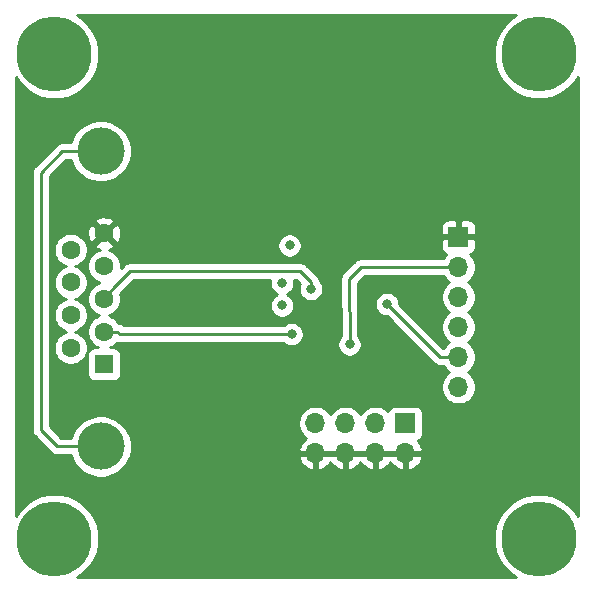
<source format=gbr>
G04 #@! TF.GenerationSoftware,KiCad,Pcbnew,(5.1.5)-3*
G04 #@! TF.CreationDate,2020-05-21T16:28:18-04:00*
G04 #@! TF.ProjectId,RS232_TTL_Female,52533233-325f-4545-944c-5f46656d616c,rev?*
G04 #@! TF.SameCoordinates,Original*
G04 #@! TF.FileFunction,Copper,L2,Bot*
G04 #@! TF.FilePolarity,Positive*
%FSLAX46Y46*%
G04 Gerber Fmt 4.6, Leading zero omitted, Abs format (unit mm)*
G04 Created by KiCad (PCBNEW (5.1.5)-3) date 2020-05-21 16:28:18*
%MOMM*%
%LPD*%
G04 APERTURE LIST*
%ADD10C,6.350000*%
%ADD11R,1.600000X1.600000*%
%ADD12C,1.600000*%
%ADD13C,4.000000*%
%ADD14R,1.700000X1.700000*%
%ADD15O,1.700000X1.700000*%
%ADD16C,0.800000*%
%ADD17C,0.250000*%
%ADD18C,0.254000*%
G04 APERTURE END LIST*
D10*
X101000000Y-74000000D03*
X60000000Y-74000000D03*
X101000000Y-33000000D03*
X60000000Y-33000000D03*
D11*
X64202700Y-59249400D03*
D12*
X64202700Y-56479400D03*
X64202700Y-53709400D03*
X64202700Y-50939400D03*
X64202700Y-48169400D03*
X61362700Y-57864400D03*
X61362700Y-55094400D03*
X61362700Y-52324400D03*
X61362700Y-49554400D03*
D13*
X63902700Y-41209400D03*
X63902700Y-66209400D03*
D14*
X94200100Y-48467100D03*
D15*
X94200100Y-51007100D03*
X94200100Y-53547100D03*
X94200100Y-56087100D03*
X94200100Y-58627100D03*
X94200100Y-61167100D03*
D14*
X89717000Y-64240500D03*
D15*
X89717000Y-66780500D03*
X87177000Y-64240500D03*
X87177000Y-66780500D03*
X84637000Y-64240500D03*
X84637000Y-66780500D03*
X82097000Y-64240500D03*
X82097000Y-66780500D03*
D16*
X79264900Y-54258300D03*
X79264900Y-52353300D03*
X84344900Y-50448300D03*
X71987800Y-54131300D03*
X79111200Y-60744700D03*
X79899900Y-49178300D03*
X80077700Y-56696700D03*
X81716000Y-52861300D03*
X84979900Y-57560300D03*
X88156700Y-54156700D03*
D17*
X79255900Y-52344300D02*
X79264900Y-52353300D01*
X65334070Y-56479400D02*
X65564070Y-56709400D01*
X64202700Y-56479400D02*
X65334070Y-56479400D01*
X80065000Y-56709400D02*
X80077700Y-56696700D01*
X78299700Y-56709400D02*
X80065000Y-56709400D01*
X65564070Y-56709400D02*
X78299700Y-56709400D01*
X66428890Y-51346310D02*
X65028200Y-52747000D01*
X65028200Y-52747000D02*
X64202700Y-53709400D01*
X80766695Y-51346310D02*
X66428890Y-51346310D01*
X81716000Y-52295615D02*
X80766695Y-51346310D01*
X81716000Y-52861300D02*
X81716000Y-52295615D01*
X63902700Y-66209400D02*
X60253400Y-66209400D01*
X60253400Y-66209400D02*
X58843300Y-64799300D01*
X58843300Y-64799300D02*
X58843300Y-43018800D01*
X60652700Y-41209400D02*
X63902700Y-41209400D01*
X58843300Y-43018800D02*
X60652700Y-41209400D01*
X85983200Y-51007100D02*
X84967200Y-52023100D01*
X94200100Y-51007100D02*
X85983200Y-51007100D01*
X84979900Y-57560300D02*
X84967200Y-52023100D01*
X92627100Y-58627100D02*
X94200100Y-58627100D01*
X88156700Y-54156700D02*
X92627100Y-58627100D01*
D18*
G36*
X98571267Y-30040580D02*
G01*
X98040580Y-30571267D01*
X97623622Y-31195288D01*
X97336416Y-31888664D01*
X97190000Y-32624748D01*
X97190000Y-33375252D01*
X97336416Y-34111336D01*
X97623622Y-34804712D01*
X98040580Y-35428733D01*
X98571267Y-35959420D01*
X99195288Y-36376378D01*
X99888664Y-36663584D01*
X100624748Y-36810000D01*
X101375252Y-36810000D01*
X102111336Y-36663584D01*
X102804712Y-36376378D01*
X103428733Y-35959420D01*
X103959420Y-35428733D01*
X104290000Y-34933986D01*
X104290001Y-72066016D01*
X103959420Y-71571267D01*
X103428733Y-71040580D01*
X102804712Y-70623622D01*
X102111336Y-70336416D01*
X101375252Y-70190000D01*
X100624748Y-70190000D01*
X99888664Y-70336416D01*
X99195288Y-70623622D01*
X98571267Y-71040580D01*
X98040580Y-71571267D01*
X97623622Y-72195288D01*
X97336416Y-72888664D01*
X97190000Y-73624748D01*
X97190000Y-74375252D01*
X97336416Y-75111336D01*
X97623622Y-75804712D01*
X98040580Y-76428733D01*
X98571267Y-76959420D01*
X99066014Y-77290000D01*
X61933986Y-77290000D01*
X62428733Y-76959420D01*
X62959420Y-76428733D01*
X63376378Y-75804712D01*
X63663584Y-75111336D01*
X63810000Y-74375252D01*
X63810000Y-73624748D01*
X63663584Y-72888664D01*
X63376378Y-72195288D01*
X62959420Y-71571267D01*
X62428733Y-71040580D01*
X61804712Y-70623622D01*
X61111336Y-70336416D01*
X60375252Y-70190000D01*
X59624748Y-70190000D01*
X58888664Y-70336416D01*
X58195288Y-70623622D01*
X57571267Y-71040580D01*
X57040580Y-71571267D01*
X56710000Y-72066014D01*
X56710000Y-43018800D01*
X58079624Y-43018800D01*
X58083301Y-43056133D01*
X58083300Y-64761978D01*
X58079624Y-64799300D01*
X58083300Y-64836622D01*
X58083300Y-64836632D01*
X58094297Y-64948285D01*
X58098233Y-64961259D01*
X58137754Y-65091546D01*
X58208326Y-65223576D01*
X58248171Y-65272126D01*
X58303299Y-65339301D01*
X58332303Y-65363104D01*
X59689601Y-66720403D01*
X59713399Y-66749401D01*
X59742397Y-66773199D01*
X59829124Y-66844374D01*
X59961153Y-66914946D01*
X60104414Y-66958403D01*
X60253400Y-66973077D01*
X60290733Y-66969400D01*
X61367250Y-66969400D01*
X61368961Y-66978001D01*
X61567593Y-67457541D01*
X61855962Y-67889115D01*
X62222985Y-68256138D01*
X62654559Y-68544507D01*
X63134099Y-68743139D01*
X63643175Y-68844400D01*
X64162225Y-68844400D01*
X64671301Y-68743139D01*
X65150841Y-68544507D01*
X65582415Y-68256138D01*
X65949438Y-67889115D01*
X66237807Y-67457541D01*
X66370417Y-67137391D01*
X80655519Y-67137391D01*
X80752843Y-67411752D01*
X80901822Y-67661855D01*
X81096731Y-67878088D01*
X81330080Y-68052141D01*
X81592901Y-68177325D01*
X81740110Y-68221976D01*
X81970000Y-68100655D01*
X81970000Y-66907500D01*
X82224000Y-66907500D01*
X82224000Y-68100655D01*
X82453890Y-68221976D01*
X82601099Y-68177325D01*
X82863920Y-68052141D01*
X83097269Y-67878088D01*
X83292178Y-67661855D01*
X83367000Y-67536245D01*
X83441822Y-67661855D01*
X83636731Y-67878088D01*
X83870080Y-68052141D01*
X84132901Y-68177325D01*
X84280110Y-68221976D01*
X84510000Y-68100655D01*
X84510000Y-66907500D01*
X84764000Y-66907500D01*
X84764000Y-68100655D01*
X84993890Y-68221976D01*
X85141099Y-68177325D01*
X85403920Y-68052141D01*
X85637269Y-67878088D01*
X85832178Y-67661855D01*
X85907000Y-67536245D01*
X85981822Y-67661855D01*
X86176731Y-67878088D01*
X86410080Y-68052141D01*
X86672901Y-68177325D01*
X86820110Y-68221976D01*
X87050000Y-68100655D01*
X87050000Y-66907500D01*
X87304000Y-66907500D01*
X87304000Y-68100655D01*
X87533890Y-68221976D01*
X87681099Y-68177325D01*
X87943920Y-68052141D01*
X88177269Y-67878088D01*
X88372178Y-67661855D01*
X88447000Y-67536245D01*
X88521822Y-67661855D01*
X88716731Y-67878088D01*
X88950080Y-68052141D01*
X89212901Y-68177325D01*
X89360110Y-68221976D01*
X89590000Y-68100655D01*
X89590000Y-66907500D01*
X89844000Y-66907500D01*
X89844000Y-68100655D01*
X90073890Y-68221976D01*
X90221099Y-68177325D01*
X90483920Y-68052141D01*
X90717269Y-67878088D01*
X90912178Y-67661855D01*
X91061157Y-67411752D01*
X91158481Y-67137391D01*
X91037814Y-66907500D01*
X89844000Y-66907500D01*
X89590000Y-66907500D01*
X87304000Y-66907500D01*
X87050000Y-66907500D01*
X84764000Y-66907500D01*
X84510000Y-66907500D01*
X82224000Y-66907500D01*
X81970000Y-66907500D01*
X80776186Y-66907500D01*
X80655519Y-67137391D01*
X66370417Y-67137391D01*
X66436439Y-66978001D01*
X66537700Y-66468925D01*
X66537700Y-65949875D01*
X66436439Y-65440799D01*
X66237807Y-64961259D01*
X65949438Y-64529685D01*
X65582415Y-64162662D01*
X65480015Y-64094240D01*
X80612000Y-64094240D01*
X80612000Y-64386760D01*
X80669068Y-64673658D01*
X80781010Y-64943911D01*
X80943525Y-65187132D01*
X81150368Y-65393975D01*
X81326406Y-65511600D01*
X81096731Y-65682912D01*
X80901822Y-65899145D01*
X80752843Y-66149248D01*
X80655519Y-66423609D01*
X80776186Y-66653500D01*
X81970000Y-66653500D01*
X81970000Y-66633500D01*
X82224000Y-66633500D01*
X82224000Y-66653500D01*
X84510000Y-66653500D01*
X84510000Y-66633500D01*
X84764000Y-66633500D01*
X84764000Y-66653500D01*
X87050000Y-66653500D01*
X87050000Y-66633500D01*
X87304000Y-66633500D01*
X87304000Y-66653500D01*
X89590000Y-66653500D01*
X89590000Y-66633500D01*
X89844000Y-66633500D01*
X89844000Y-66653500D01*
X91037814Y-66653500D01*
X91158481Y-66423609D01*
X91061157Y-66149248D01*
X90912178Y-65899145D01*
X90735374Y-65702998D01*
X90811180Y-65680002D01*
X90921494Y-65621037D01*
X91018185Y-65541685D01*
X91097537Y-65444994D01*
X91156502Y-65334680D01*
X91192812Y-65214982D01*
X91205072Y-65090500D01*
X91205072Y-63390500D01*
X91192812Y-63266018D01*
X91156502Y-63146320D01*
X91097537Y-63036006D01*
X91018185Y-62939315D01*
X90921494Y-62859963D01*
X90811180Y-62800998D01*
X90691482Y-62764688D01*
X90567000Y-62752428D01*
X88867000Y-62752428D01*
X88742518Y-62764688D01*
X88622820Y-62800998D01*
X88512506Y-62859963D01*
X88415815Y-62939315D01*
X88336463Y-63036006D01*
X88277498Y-63146320D01*
X88255487Y-63218880D01*
X88123632Y-63087025D01*
X87880411Y-62924510D01*
X87610158Y-62812568D01*
X87323260Y-62755500D01*
X87030740Y-62755500D01*
X86743842Y-62812568D01*
X86473589Y-62924510D01*
X86230368Y-63087025D01*
X86023525Y-63293868D01*
X85907000Y-63468260D01*
X85790475Y-63293868D01*
X85583632Y-63087025D01*
X85340411Y-62924510D01*
X85070158Y-62812568D01*
X84783260Y-62755500D01*
X84490740Y-62755500D01*
X84203842Y-62812568D01*
X83933589Y-62924510D01*
X83690368Y-63087025D01*
X83483525Y-63293868D01*
X83367000Y-63468260D01*
X83250475Y-63293868D01*
X83043632Y-63087025D01*
X82800411Y-62924510D01*
X82530158Y-62812568D01*
X82243260Y-62755500D01*
X81950740Y-62755500D01*
X81663842Y-62812568D01*
X81393589Y-62924510D01*
X81150368Y-63087025D01*
X80943525Y-63293868D01*
X80781010Y-63537089D01*
X80669068Y-63807342D01*
X80612000Y-64094240D01*
X65480015Y-64094240D01*
X65150841Y-63874293D01*
X64671301Y-63675661D01*
X64162225Y-63574400D01*
X63643175Y-63574400D01*
X63134099Y-63675661D01*
X62654559Y-63874293D01*
X62222985Y-64162662D01*
X61855962Y-64529685D01*
X61567593Y-64961259D01*
X61368961Y-65440799D01*
X61367250Y-65449400D01*
X60568202Y-65449400D01*
X59603300Y-64484499D01*
X59603300Y-49413065D01*
X59927700Y-49413065D01*
X59927700Y-49695735D01*
X59982847Y-49972974D01*
X60091020Y-50234127D01*
X60248063Y-50469159D01*
X60447941Y-50669037D01*
X60682973Y-50826080D01*
X60944126Y-50934253D01*
X60970001Y-50939400D01*
X60944126Y-50944547D01*
X60682973Y-51052720D01*
X60447941Y-51209763D01*
X60248063Y-51409641D01*
X60091020Y-51644673D01*
X59982847Y-51905826D01*
X59927700Y-52183065D01*
X59927700Y-52465735D01*
X59982847Y-52742974D01*
X60091020Y-53004127D01*
X60248063Y-53239159D01*
X60447941Y-53439037D01*
X60682973Y-53596080D01*
X60944126Y-53704253D01*
X60970001Y-53709400D01*
X60944126Y-53714547D01*
X60682973Y-53822720D01*
X60447941Y-53979763D01*
X60248063Y-54179641D01*
X60091020Y-54414673D01*
X59982847Y-54675826D01*
X59927700Y-54953065D01*
X59927700Y-55235735D01*
X59982847Y-55512974D01*
X60091020Y-55774127D01*
X60248063Y-56009159D01*
X60447941Y-56209037D01*
X60682973Y-56366080D01*
X60944126Y-56474253D01*
X60970001Y-56479400D01*
X60944126Y-56484547D01*
X60682973Y-56592720D01*
X60447941Y-56749763D01*
X60248063Y-56949641D01*
X60091020Y-57184673D01*
X59982847Y-57445826D01*
X59927700Y-57723065D01*
X59927700Y-58005735D01*
X59982847Y-58282974D01*
X60091020Y-58544127D01*
X60248063Y-58779159D01*
X60447941Y-58979037D01*
X60682973Y-59136080D01*
X60944126Y-59244253D01*
X61221365Y-59299400D01*
X61504035Y-59299400D01*
X61781274Y-59244253D01*
X62042427Y-59136080D01*
X62277459Y-58979037D01*
X62477337Y-58779159D01*
X62634380Y-58544127D01*
X62673617Y-58449400D01*
X62764628Y-58449400D01*
X62764628Y-60049400D01*
X62776888Y-60173882D01*
X62813198Y-60293580D01*
X62872163Y-60403894D01*
X62951515Y-60500585D01*
X63048206Y-60579937D01*
X63158520Y-60638902D01*
X63278218Y-60675212D01*
X63402700Y-60687472D01*
X65002700Y-60687472D01*
X65127182Y-60675212D01*
X65246880Y-60638902D01*
X65357194Y-60579937D01*
X65453885Y-60500585D01*
X65533237Y-60403894D01*
X65592202Y-60293580D01*
X65628512Y-60173882D01*
X65640772Y-60049400D01*
X65640772Y-58449400D01*
X65628512Y-58324918D01*
X65592202Y-58205220D01*
X65533237Y-58094906D01*
X65453885Y-57998215D01*
X65357194Y-57918863D01*
X65246880Y-57859898D01*
X65127182Y-57823588D01*
X65002700Y-57811328D01*
X64736975Y-57811328D01*
X64882427Y-57751080D01*
X65117459Y-57594037D01*
X65290795Y-57420701D01*
X65415084Y-57458403D01*
X65526737Y-57469400D01*
X65526746Y-57469400D01*
X65564069Y-57473076D01*
X65601392Y-57469400D01*
X79386689Y-57469400D01*
X79417926Y-57500637D01*
X79587444Y-57613905D01*
X79775802Y-57691926D01*
X79975761Y-57731700D01*
X80179639Y-57731700D01*
X80379598Y-57691926D01*
X80567956Y-57613905D01*
X80737474Y-57500637D01*
X80779750Y-57458361D01*
X83944900Y-57458361D01*
X83944900Y-57662239D01*
X83984674Y-57862198D01*
X84062695Y-58050556D01*
X84175963Y-58220074D01*
X84320126Y-58364237D01*
X84489644Y-58477505D01*
X84678002Y-58555526D01*
X84877961Y-58595300D01*
X85081839Y-58595300D01*
X85281798Y-58555526D01*
X85470156Y-58477505D01*
X85639674Y-58364237D01*
X85783837Y-58220074D01*
X85897105Y-58050556D01*
X85975126Y-57862198D01*
X86014900Y-57662239D01*
X86014900Y-57458361D01*
X85975126Y-57258402D01*
X85897105Y-57070044D01*
X85783837Y-56900526D01*
X85738284Y-56854973D01*
X85727922Y-52337179D01*
X86298002Y-51767100D01*
X92921922Y-51767100D01*
X93046625Y-51953732D01*
X93253468Y-52160575D01*
X93427860Y-52277100D01*
X93253468Y-52393625D01*
X93046625Y-52600468D01*
X92884110Y-52843689D01*
X92772168Y-53113942D01*
X92715100Y-53400840D01*
X92715100Y-53693360D01*
X92772168Y-53980258D01*
X92884110Y-54250511D01*
X93046625Y-54493732D01*
X93253468Y-54700575D01*
X93427860Y-54817100D01*
X93253468Y-54933625D01*
X93046625Y-55140468D01*
X92884110Y-55383689D01*
X92772168Y-55653942D01*
X92715100Y-55940840D01*
X92715100Y-56233360D01*
X92772168Y-56520258D01*
X92884110Y-56790511D01*
X93046625Y-57033732D01*
X93253468Y-57240575D01*
X93427860Y-57357100D01*
X93253468Y-57473625D01*
X93046625Y-57680468D01*
X92929925Y-57855123D01*
X89191700Y-54116899D01*
X89191700Y-54054761D01*
X89151926Y-53854802D01*
X89073905Y-53666444D01*
X88960637Y-53496926D01*
X88816474Y-53352763D01*
X88646956Y-53239495D01*
X88458598Y-53161474D01*
X88258639Y-53121700D01*
X88054761Y-53121700D01*
X87854802Y-53161474D01*
X87666444Y-53239495D01*
X87496926Y-53352763D01*
X87352763Y-53496926D01*
X87239495Y-53666444D01*
X87161474Y-53854802D01*
X87121700Y-54054761D01*
X87121700Y-54258639D01*
X87161474Y-54458598D01*
X87239495Y-54646956D01*
X87352763Y-54816474D01*
X87496926Y-54960637D01*
X87666444Y-55073905D01*
X87854802Y-55151926D01*
X88054761Y-55191700D01*
X88116899Y-55191700D01*
X92063301Y-59138103D01*
X92087099Y-59167101D01*
X92202824Y-59262074D01*
X92334853Y-59332646D01*
X92478114Y-59376103D01*
X92589767Y-59387100D01*
X92589776Y-59387100D01*
X92627099Y-59390776D01*
X92664422Y-59387100D01*
X92921922Y-59387100D01*
X93046625Y-59573732D01*
X93253468Y-59780575D01*
X93427860Y-59897100D01*
X93253468Y-60013625D01*
X93046625Y-60220468D01*
X92884110Y-60463689D01*
X92772168Y-60733942D01*
X92715100Y-61020840D01*
X92715100Y-61313360D01*
X92772168Y-61600258D01*
X92884110Y-61870511D01*
X93046625Y-62113732D01*
X93253468Y-62320575D01*
X93496689Y-62483090D01*
X93766942Y-62595032D01*
X94053840Y-62652100D01*
X94346360Y-62652100D01*
X94633258Y-62595032D01*
X94903511Y-62483090D01*
X95146732Y-62320575D01*
X95353575Y-62113732D01*
X95516090Y-61870511D01*
X95628032Y-61600258D01*
X95685100Y-61313360D01*
X95685100Y-61020840D01*
X95628032Y-60733942D01*
X95516090Y-60463689D01*
X95353575Y-60220468D01*
X95146732Y-60013625D01*
X94972340Y-59897100D01*
X95146732Y-59780575D01*
X95353575Y-59573732D01*
X95516090Y-59330511D01*
X95628032Y-59060258D01*
X95685100Y-58773360D01*
X95685100Y-58480840D01*
X95628032Y-58193942D01*
X95516090Y-57923689D01*
X95353575Y-57680468D01*
X95146732Y-57473625D01*
X94972340Y-57357100D01*
X95146732Y-57240575D01*
X95353575Y-57033732D01*
X95516090Y-56790511D01*
X95628032Y-56520258D01*
X95685100Y-56233360D01*
X95685100Y-55940840D01*
X95628032Y-55653942D01*
X95516090Y-55383689D01*
X95353575Y-55140468D01*
X95146732Y-54933625D01*
X94972340Y-54817100D01*
X95146732Y-54700575D01*
X95353575Y-54493732D01*
X95516090Y-54250511D01*
X95628032Y-53980258D01*
X95685100Y-53693360D01*
X95685100Y-53400840D01*
X95628032Y-53113942D01*
X95516090Y-52843689D01*
X95353575Y-52600468D01*
X95146732Y-52393625D01*
X94972340Y-52277100D01*
X95146732Y-52160575D01*
X95353575Y-51953732D01*
X95516090Y-51710511D01*
X95628032Y-51440258D01*
X95685100Y-51153360D01*
X95685100Y-50860840D01*
X95628032Y-50573942D01*
X95516090Y-50303689D01*
X95353575Y-50060468D01*
X95221720Y-49928613D01*
X95294280Y-49906602D01*
X95404594Y-49847637D01*
X95501285Y-49768285D01*
X95580637Y-49671594D01*
X95639602Y-49561280D01*
X95675912Y-49441582D01*
X95688172Y-49317100D01*
X95685100Y-48752850D01*
X95526350Y-48594100D01*
X94327100Y-48594100D01*
X94327100Y-48614100D01*
X94073100Y-48614100D01*
X94073100Y-48594100D01*
X92873850Y-48594100D01*
X92715100Y-48752850D01*
X92712028Y-49317100D01*
X92724288Y-49441582D01*
X92760598Y-49561280D01*
X92819563Y-49671594D01*
X92898915Y-49768285D01*
X92995606Y-49847637D01*
X93105920Y-49906602D01*
X93178480Y-49928613D01*
X93046625Y-50060468D01*
X92921922Y-50247100D01*
X86020522Y-50247100D01*
X85983200Y-50243424D01*
X85945877Y-50247100D01*
X85945867Y-50247100D01*
X85834214Y-50258097D01*
X85690953Y-50301554D01*
X85558923Y-50372126D01*
X85475283Y-50440768D01*
X85443199Y-50467099D01*
X85419401Y-50496097D01*
X84455584Y-51459915D01*
X84425962Y-51484339D01*
X84379148Y-51541650D01*
X84332226Y-51598824D01*
X84331810Y-51599603D01*
X84331255Y-51600282D01*
X84296588Y-51665498D01*
X84261654Y-51730854D01*
X84261399Y-51731696D01*
X84260986Y-51732472D01*
X84239658Y-51803368D01*
X84218198Y-51874115D01*
X84218112Y-51874989D01*
X84217858Y-51875833D01*
X84210762Y-51949613D01*
X84203524Y-52023100D01*
X84207286Y-52061298D01*
X84218288Y-56858201D01*
X84175963Y-56900526D01*
X84062695Y-57070044D01*
X83984674Y-57258402D01*
X83944900Y-57458361D01*
X80779750Y-57458361D01*
X80881637Y-57356474D01*
X80994905Y-57186956D01*
X81072926Y-56998598D01*
X81112700Y-56798639D01*
X81112700Y-56594761D01*
X81072926Y-56394802D01*
X80994905Y-56206444D01*
X80881637Y-56036926D01*
X80737474Y-55892763D01*
X80567956Y-55779495D01*
X80379598Y-55701474D01*
X80179639Y-55661700D01*
X79975761Y-55661700D01*
X79775802Y-55701474D01*
X79587444Y-55779495D01*
X79417926Y-55892763D01*
X79361289Y-55949400D01*
X65882279Y-55949400D01*
X65874071Y-55939399D01*
X65758346Y-55844426D01*
X65626317Y-55773854D01*
X65483056Y-55730397D01*
X65424219Y-55724602D01*
X65317337Y-55564641D01*
X65117459Y-55364763D01*
X64882427Y-55207720D01*
X64621274Y-55099547D01*
X64595399Y-55094400D01*
X64621274Y-55089253D01*
X64882427Y-54981080D01*
X65117459Y-54824037D01*
X65317337Y-54624159D01*
X65474380Y-54389127D01*
X65582553Y-54127974D01*
X65637700Y-53850735D01*
X65637700Y-53568065D01*
X65582553Y-53290826D01*
X65576190Y-53275463D01*
X65586150Y-53263851D01*
X66743692Y-52106310D01*
X78258752Y-52106310D01*
X78229900Y-52251361D01*
X78229900Y-52455239D01*
X78269674Y-52655198D01*
X78347695Y-52843556D01*
X78460963Y-53013074D01*
X78605126Y-53157237D01*
X78774644Y-53270505D01*
X78859853Y-53305800D01*
X78774644Y-53341095D01*
X78605126Y-53454363D01*
X78460963Y-53598526D01*
X78347695Y-53768044D01*
X78269674Y-53956402D01*
X78229900Y-54156361D01*
X78229900Y-54360239D01*
X78269674Y-54560198D01*
X78347695Y-54748556D01*
X78460963Y-54918074D01*
X78605126Y-55062237D01*
X78774644Y-55175505D01*
X78963002Y-55253526D01*
X79162961Y-55293300D01*
X79366839Y-55293300D01*
X79566798Y-55253526D01*
X79755156Y-55175505D01*
X79924674Y-55062237D01*
X80068837Y-54918074D01*
X80182105Y-54748556D01*
X80260126Y-54560198D01*
X80299900Y-54360239D01*
X80299900Y-54156361D01*
X80260126Y-53956402D01*
X80182105Y-53768044D01*
X80068837Y-53598526D01*
X79924674Y-53454363D01*
X79755156Y-53341095D01*
X79669947Y-53305800D01*
X79755156Y-53270505D01*
X79924674Y-53157237D01*
X80068837Y-53013074D01*
X80182105Y-52843556D01*
X80260126Y-52655198D01*
X80299900Y-52455239D01*
X80299900Y-52251361D01*
X80271048Y-52106310D01*
X80451894Y-52106310D01*
X80774729Y-52429145D01*
X80720774Y-52559402D01*
X80681000Y-52759361D01*
X80681000Y-52963239D01*
X80720774Y-53163198D01*
X80798795Y-53351556D01*
X80912063Y-53521074D01*
X81056226Y-53665237D01*
X81225744Y-53778505D01*
X81414102Y-53856526D01*
X81614061Y-53896300D01*
X81817939Y-53896300D01*
X82017898Y-53856526D01*
X82206256Y-53778505D01*
X82375774Y-53665237D01*
X82519937Y-53521074D01*
X82633205Y-53351556D01*
X82711226Y-53163198D01*
X82751000Y-52963239D01*
X82751000Y-52759361D01*
X82711226Y-52559402D01*
X82633205Y-52371044D01*
X82519937Y-52201526D01*
X82464987Y-52146576D01*
X82421546Y-52003368D01*
X82395015Y-51953732D01*
X82350974Y-51871338D01*
X82279799Y-51784612D01*
X82256001Y-51755614D01*
X82227003Y-51731816D01*
X81330499Y-50835312D01*
X81306696Y-50806309D01*
X81190971Y-50711336D01*
X81058942Y-50640764D01*
X80915681Y-50597307D01*
X80804028Y-50586310D01*
X80804017Y-50586310D01*
X80766695Y-50582634D01*
X80729373Y-50586310D01*
X66466215Y-50586310D01*
X66428890Y-50582634D01*
X66391565Y-50586310D01*
X66391557Y-50586310D01*
X66279904Y-50597307D01*
X66136643Y-50640764D01*
X66004614Y-50711336D01*
X65888889Y-50806309D01*
X65865091Y-50835307D01*
X65637700Y-51062698D01*
X65637700Y-50798065D01*
X65582553Y-50520826D01*
X65474380Y-50259673D01*
X65317337Y-50024641D01*
X65117459Y-49824763D01*
X64882427Y-49667720D01*
X64621274Y-49559547D01*
X64592818Y-49553887D01*
X64818992Y-49473003D01*
X64944214Y-49406071D01*
X65015797Y-49162102D01*
X64930056Y-49076361D01*
X78864900Y-49076361D01*
X78864900Y-49280239D01*
X78904674Y-49480198D01*
X78982695Y-49668556D01*
X79095963Y-49838074D01*
X79240126Y-49982237D01*
X79409644Y-50095505D01*
X79598002Y-50173526D01*
X79797961Y-50213300D01*
X80001839Y-50213300D01*
X80201798Y-50173526D01*
X80390156Y-50095505D01*
X80559674Y-49982237D01*
X80703837Y-49838074D01*
X80817105Y-49668556D01*
X80895126Y-49480198D01*
X80934900Y-49280239D01*
X80934900Y-49076361D01*
X80895126Y-48876402D01*
X80817105Y-48688044D01*
X80703837Y-48518526D01*
X80559674Y-48374363D01*
X80390156Y-48261095D01*
X80201798Y-48183074D01*
X80001839Y-48143300D01*
X79797961Y-48143300D01*
X79598002Y-48183074D01*
X79409644Y-48261095D01*
X79240126Y-48374363D01*
X79095963Y-48518526D01*
X78982695Y-48688044D01*
X78904674Y-48876402D01*
X78864900Y-49076361D01*
X64930056Y-49076361D01*
X64202700Y-48349005D01*
X63389603Y-49162102D01*
X63461186Y-49406071D01*
X63716696Y-49526971D01*
X63818989Y-49552612D01*
X63784126Y-49559547D01*
X63522973Y-49667720D01*
X63287941Y-49824763D01*
X63088063Y-50024641D01*
X62931020Y-50259673D01*
X62822847Y-50520826D01*
X62767700Y-50798065D01*
X62767700Y-51080735D01*
X62822847Y-51357974D01*
X62931020Y-51619127D01*
X63088063Y-51854159D01*
X63287941Y-52054037D01*
X63522973Y-52211080D01*
X63784126Y-52319253D01*
X63810001Y-52324400D01*
X63784126Y-52329547D01*
X63522973Y-52437720D01*
X63287941Y-52594763D01*
X63088063Y-52794641D01*
X62931020Y-53029673D01*
X62822847Y-53290826D01*
X62767700Y-53568065D01*
X62767700Y-53850735D01*
X62822847Y-54127974D01*
X62931020Y-54389127D01*
X63088063Y-54624159D01*
X63287941Y-54824037D01*
X63522973Y-54981080D01*
X63784126Y-55089253D01*
X63810001Y-55094400D01*
X63784126Y-55099547D01*
X63522973Y-55207720D01*
X63287941Y-55364763D01*
X63088063Y-55564641D01*
X62931020Y-55799673D01*
X62822847Y-56060826D01*
X62767700Y-56338065D01*
X62767700Y-56620735D01*
X62822847Y-56897974D01*
X62931020Y-57159127D01*
X63088063Y-57394159D01*
X63287941Y-57594037D01*
X63522973Y-57751080D01*
X63668425Y-57811328D01*
X63402700Y-57811328D01*
X63278218Y-57823588D01*
X63158520Y-57859898D01*
X63048206Y-57918863D01*
X62951515Y-57998215D01*
X62872163Y-58094906D01*
X62813198Y-58205220D01*
X62776888Y-58324918D01*
X62764628Y-58449400D01*
X62673617Y-58449400D01*
X62742553Y-58282974D01*
X62797700Y-58005735D01*
X62797700Y-57723065D01*
X62742553Y-57445826D01*
X62634380Y-57184673D01*
X62477337Y-56949641D01*
X62277459Y-56749763D01*
X62042427Y-56592720D01*
X61781274Y-56484547D01*
X61755399Y-56479400D01*
X61781274Y-56474253D01*
X62042427Y-56366080D01*
X62277459Y-56209037D01*
X62477337Y-56009159D01*
X62634380Y-55774127D01*
X62742553Y-55512974D01*
X62797700Y-55235735D01*
X62797700Y-54953065D01*
X62742553Y-54675826D01*
X62634380Y-54414673D01*
X62477337Y-54179641D01*
X62277459Y-53979763D01*
X62042427Y-53822720D01*
X61781274Y-53714547D01*
X61755399Y-53709400D01*
X61781274Y-53704253D01*
X62042427Y-53596080D01*
X62277459Y-53439037D01*
X62477337Y-53239159D01*
X62634380Y-53004127D01*
X62742553Y-52742974D01*
X62797700Y-52465735D01*
X62797700Y-52183065D01*
X62742553Y-51905826D01*
X62634380Y-51644673D01*
X62477337Y-51409641D01*
X62277459Y-51209763D01*
X62042427Y-51052720D01*
X61781274Y-50944547D01*
X61755399Y-50939400D01*
X61781274Y-50934253D01*
X62042427Y-50826080D01*
X62277459Y-50669037D01*
X62477337Y-50469159D01*
X62634380Y-50234127D01*
X62742553Y-49972974D01*
X62797700Y-49695735D01*
X62797700Y-49413065D01*
X62742553Y-49135826D01*
X62634380Y-48874673D01*
X62477337Y-48639641D01*
X62277459Y-48439763D01*
X62042427Y-48282720D01*
X61939080Y-48239912D01*
X62762483Y-48239912D01*
X62803913Y-48519530D01*
X62899097Y-48785692D01*
X62966029Y-48910914D01*
X63209998Y-48982497D01*
X64023095Y-48169400D01*
X64382305Y-48169400D01*
X65195402Y-48982497D01*
X65439371Y-48910914D01*
X65560271Y-48655404D01*
X65629000Y-48381216D01*
X65642917Y-48098888D01*
X65601487Y-47819270D01*
X65529188Y-47617100D01*
X92712028Y-47617100D01*
X92715100Y-48181350D01*
X92873850Y-48340100D01*
X94073100Y-48340100D01*
X94073100Y-47140850D01*
X94327100Y-47140850D01*
X94327100Y-48340100D01*
X95526350Y-48340100D01*
X95685100Y-48181350D01*
X95688172Y-47617100D01*
X95675912Y-47492618D01*
X95639602Y-47372920D01*
X95580637Y-47262606D01*
X95501285Y-47165915D01*
X95404594Y-47086563D01*
X95294280Y-47027598D01*
X95174582Y-46991288D01*
X95050100Y-46979028D01*
X94485850Y-46982100D01*
X94327100Y-47140850D01*
X94073100Y-47140850D01*
X93914350Y-46982100D01*
X93350100Y-46979028D01*
X93225618Y-46991288D01*
X93105920Y-47027598D01*
X92995606Y-47086563D01*
X92898915Y-47165915D01*
X92819563Y-47262606D01*
X92760598Y-47372920D01*
X92724288Y-47492618D01*
X92712028Y-47617100D01*
X65529188Y-47617100D01*
X65506303Y-47553108D01*
X65439371Y-47427886D01*
X65195402Y-47356303D01*
X64382305Y-48169400D01*
X64023095Y-48169400D01*
X63209998Y-47356303D01*
X62966029Y-47427886D01*
X62845129Y-47683396D01*
X62776400Y-47957584D01*
X62762483Y-48239912D01*
X61939080Y-48239912D01*
X61781274Y-48174547D01*
X61504035Y-48119400D01*
X61221365Y-48119400D01*
X60944126Y-48174547D01*
X60682973Y-48282720D01*
X60447941Y-48439763D01*
X60248063Y-48639641D01*
X60091020Y-48874673D01*
X59982847Y-49135826D01*
X59927700Y-49413065D01*
X59603300Y-49413065D01*
X59603300Y-47176698D01*
X63389603Y-47176698D01*
X64202700Y-47989795D01*
X65015797Y-47176698D01*
X64944214Y-46932729D01*
X64688704Y-46811829D01*
X64414516Y-46743100D01*
X64132188Y-46729183D01*
X63852570Y-46770613D01*
X63586408Y-46865797D01*
X63461186Y-46932729D01*
X63389603Y-47176698D01*
X59603300Y-47176698D01*
X59603300Y-43333601D01*
X60967502Y-41969400D01*
X61367250Y-41969400D01*
X61368961Y-41978001D01*
X61567593Y-42457541D01*
X61855962Y-42889115D01*
X62222985Y-43256138D01*
X62654559Y-43544507D01*
X63134099Y-43743139D01*
X63643175Y-43844400D01*
X64162225Y-43844400D01*
X64671301Y-43743139D01*
X65150841Y-43544507D01*
X65582415Y-43256138D01*
X65949438Y-42889115D01*
X66237807Y-42457541D01*
X66436439Y-41978001D01*
X66537700Y-41468925D01*
X66537700Y-40949875D01*
X66436439Y-40440799D01*
X66237807Y-39961259D01*
X65949438Y-39529685D01*
X65582415Y-39162662D01*
X65150841Y-38874293D01*
X64671301Y-38675661D01*
X64162225Y-38574400D01*
X63643175Y-38574400D01*
X63134099Y-38675661D01*
X62654559Y-38874293D01*
X62222985Y-39162662D01*
X61855962Y-39529685D01*
X61567593Y-39961259D01*
X61368961Y-40440799D01*
X61367250Y-40449400D01*
X60690022Y-40449400D01*
X60652699Y-40445724D01*
X60615377Y-40449400D01*
X60615367Y-40449400D01*
X60503714Y-40460397D01*
X60360453Y-40503854D01*
X60228423Y-40574426D01*
X60144783Y-40643068D01*
X60112699Y-40669399D01*
X60088901Y-40698397D01*
X58332298Y-42455001D01*
X58303300Y-42478799D01*
X58279502Y-42507797D01*
X58279501Y-42507798D01*
X58208326Y-42594524D01*
X58137754Y-42726554D01*
X58094298Y-42869815D01*
X58079624Y-43018800D01*
X56710000Y-43018800D01*
X56710000Y-34933986D01*
X57040580Y-35428733D01*
X57571267Y-35959420D01*
X58195288Y-36376378D01*
X58888664Y-36663584D01*
X59624748Y-36810000D01*
X60375252Y-36810000D01*
X61111336Y-36663584D01*
X61804712Y-36376378D01*
X62428733Y-35959420D01*
X62959420Y-35428733D01*
X63376378Y-34804712D01*
X63663584Y-34111336D01*
X63810000Y-33375252D01*
X63810000Y-32624748D01*
X63663584Y-31888664D01*
X63376378Y-31195288D01*
X62959420Y-30571267D01*
X62428733Y-30040580D01*
X61933986Y-29710000D01*
X99066014Y-29710000D01*
X98571267Y-30040580D01*
G37*
X98571267Y-30040580D02*
X98040580Y-30571267D01*
X97623622Y-31195288D01*
X97336416Y-31888664D01*
X97190000Y-32624748D01*
X97190000Y-33375252D01*
X97336416Y-34111336D01*
X97623622Y-34804712D01*
X98040580Y-35428733D01*
X98571267Y-35959420D01*
X99195288Y-36376378D01*
X99888664Y-36663584D01*
X100624748Y-36810000D01*
X101375252Y-36810000D01*
X102111336Y-36663584D01*
X102804712Y-36376378D01*
X103428733Y-35959420D01*
X103959420Y-35428733D01*
X104290000Y-34933986D01*
X104290001Y-72066016D01*
X103959420Y-71571267D01*
X103428733Y-71040580D01*
X102804712Y-70623622D01*
X102111336Y-70336416D01*
X101375252Y-70190000D01*
X100624748Y-70190000D01*
X99888664Y-70336416D01*
X99195288Y-70623622D01*
X98571267Y-71040580D01*
X98040580Y-71571267D01*
X97623622Y-72195288D01*
X97336416Y-72888664D01*
X97190000Y-73624748D01*
X97190000Y-74375252D01*
X97336416Y-75111336D01*
X97623622Y-75804712D01*
X98040580Y-76428733D01*
X98571267Y-76959420D01*
X99066014Y-77290000D01*
X61933986Y-77290000D01*
X62428733Y-76959420D01*
X62959420Y-76428733D01*
X63376378Y-75804712D01*
X63663584Y-75111336D01*
X63810000Y-74375252D01*
X63810000Y-73624748D01*
X63663584Y-72888664D01*
X63376378Y-72195288D01*
X62959420Y-71571267D01*
X62428733Y-71040580D01*
X61804712Y-70623622D01*
X61111336Y-70336416D01*
X60375252Y-70190000D01*
X59624748Y-70190000D01*
X58888664Y-70336416D01*
X58195288Y-70623622D01*
X57571267Y-71040580D01*
X57040580Y-71571267D01*
X56710000Y-72066014D01*
X56710000Y-43018800D01*
X58079624Y-43018800D01*
X58083301Y-43056133D01*
X58083300Y-64761978D01*
X58079624Y-64799300D01*
X58083300Y-64836622D01*
X58083300Y-64836632D01*
X58094297Y-64948285D01*
X58098233Y-64961259D01*
X58137754Y-65091546D01*
X58208326Y-65223576D01*
X58248171Y-65272126D01*
X58303299Y-65339301D01*
X58332303Y-65363104D01*
X59689601Y-66720403D01*
X59713399Y-66749401D01*
X59742397Y-66773199D01*
X59829124Y-66844374D01*
X59961153Y-66914946D01*
X60104414Y-66958403D01*
X60253400Y-66973077D01*
X60290733Y-66969400D01*
X61367250Y-66969400D01*
X61368961Y-66978001D01*
X61567593Y-67457541D01*
X61855962Y-67889115D01*
X62222985Y-68256138D01*
X62654559Y-68544507D01*
X63134099Y-68743139D01*
X63643175Y-68844400D01*
X64162225Y-68844400D01*
X64671301Y-68743139D01*
X65150841Y-68544507D01*
X65582415Y-68256138D01*
X65949438Y-67889115D01*
X66237807Y-67457541D01*
X66370417Y-67137391D01*
X80655519Y-67137391D01*
X80752843Y-67411752D01*
X80901822Y-67661855D01*
X81096731Y-67878088D01*
X81330080Y-68052141D01*
X81592901Y-68177325D01*
X81740110Y-68221976D01*
X81970000Y-68100655D01*
X81970000Y-66907500D01*
X82224000Y-66907500D01*
X82224000Y-68100655D01*
X82453890Y-68221976D01*
X82601099Y-68177325D01*
X82863920Y-68052141D01*
X83097269Y-67878088D01*
X83292178Y-67661855D01*
X83367000Y-67536245D01*
X83441822Y-67661855D01*
X83636731Y-67878088D01*
X83870080Y-68052141D01*
X84132901Y-68177325D01*
X84280110Y-68221976D01*
X84510000Y-68100655D01*
X84510000Y-66907500D01*
X84764000Y-66907500D01*
X84764000Y-68100655D01*
X84993890Y-68221976D01*
X85141099Y-68177325D01*
X85403920Y-68052141D01*
X85637269Y-67878088D01*
X85832178Y-67661855D01*
X85907000Y-67536245D01*
X85981822Y-67661855D01*
X86176731Y-67878088D01*
X86410080Y-68052141D01*
X86672901Y-68177325D01*
X86820110Y-68221976D01*
X87050000Y-68100655D01*
X87050000Y-66907500D01*
X87304000Y-66907500D01*
X87304000Y-68100655D01*
X87533890Y-68221976D01*
X87681099Y-68177325D01*
X87943920Y-68052141D01*
X88177269Y-67878088D01*
X88372178Y-67661855D01*
X88447000Y-67536245D01*
X88521822Y-67661855D01*
X88716731Y-67878088D01*
X88950080Y-68052141D01*
X89212901Y-68177325D01*
X89360110Y-68221976D01*
X89590000Y-68100655D01*
X89590000Y-66907500D01*
X89844000Y-66907500D01*
X89844000Y-68100655D01*
X90073890Y-68221976D01*
X90221099Y-68177325D01*
X90483920Y-68052141D01*
X90717269Y-67878088D01*
X90912178Y-67661855D01*
X91061157Y-67411752D01*
X91158481Y-67137391D01*
X91037814Y-66907500D01*
X89844000Y-66907500D01*
X89590000Y-66907500D01*
X87304000Y-66907500D01*
X87050000Y-66907500D01*
X84764000Y-66907500D01*
X84510000Y-66907500D01*
X82224000Y-66907500D01*
X81970000Y-66907500D01*
X80776186Y-66907500D01*
X80655519Y-67137391D01*
X66370417Y-67137391D01*
X66436439Y-66978001D01*
X66537700Y-66468925D01*
X66537700Y-65949875D01*
X66436439Y-65440799D01*
X66237807Y-64961259D01*
X65949438Y-64529685D01*
X65582415Y-64162662D01*
X65480015Y-64094240D01*
X80612000Y-64094240D01*
X80612000Y-64386760D01*
X80669068Y-64673658D01*
X80781010Y-64943911D01*
X80943525Y-65187132D01*
X81150368Y-65393975D01*
X81326406Y-65511600D01*
X81096731Y-65682912D01*
X80901822Y-65899145D01*
X80752843Y-66149248D01*
X80655519Y-66423609D01*
X80776186Y-66653500D01*
X81970000Y-66653500D01*
X81970000Y-66633500D01*
X82224000Y-66633500D01*
X82224000Y-66653500D01*
X84510000Y-66653500D01*
X84510000Y-66633500D01*
X84764000Y-66633500D01*
X84764000Y-66653500D01*
X87050000Y-66653500D01*
X87050000Y-66633500D01*
X87304000Y-66633500D01*
X87304000Y-66653500D01*
X89590000Y-66653500D01*
X89590000Y-66633500D01*
X89844000Y-66633500D01*
X89844000Y-66653500D01*
X91037814Y-66653500D01*
X91158481Y-66423609D01*
X91061157Y-66149248D01*
X90912178Y-65899145D01*
X90735374Y-65702998D01*
X90811180Y-65680002D01*
X90921494Y-65621037D01*
X91018185Y-65541685D01*
X91097537Y-65444994D01*
X91156502Y-65334680D01*
X91192812Y-65214982D01*
X91205072Y-65090500D01*
X91205072Y-63390500D01*
X91192812Y-63266018D01*
X91156502Y-63146320D01*
X91097537Y-63036006D01*
X91018185Y-62939315D01*
X90921494Y-62859963D01*
X90811180Y-62800998D01*
X90691482Y-62764688D01*
X90567000Y-62752428D01*
X88867000Y-62752428D01*
X88742518Y-62764688D01*
X88622820Y-62800998D01*
X88512506Y-62859963D01*
X88415815Y-62939315D01*
X88336463Y-63036006D01*
X88277498Y-63146320D01*
X88255487Y-63218880D01*
X88123632Y-63087025D01*
X87880411Y-62924510D01*
X87610158Y-62812568D01*
X87323260Y-62755500D01*
X87030740Y-62755500D01*
X86743842Y-62812568D01*
X86473589Y-62924510D01*
X86230368Y-63087025D01*
X86023525Y-63293868D01*
X85907000Y-63468260D01*
X85790475Y-63293868D01*
X85583632Y-63087025D01*
X85340411Y-62924510D01*
X85070158Y-62812568D01*
X84783260Y-62755500D01*
X84490740Y-62755500D01*
X84203842Y-62812568D01*
X83933589Y-62924510D01*
X83690368Y-63087025D01*
X83483525Y-63293868D01*
X83367000Y-63468260D01*
X83250475Y-63293868D01*
X83043632Y-63087025D01*
X82800411Y-62924510D01*
X82530158Y-62812568D01*
X82243260Y-62755500D01*
X81950740Y-62755500D01*
X81663842Y-62812568D01*
X81393589Y-62924510D01*
X81150368Y-63087025D01*
X80943525Y-63293868D01*
X80781010Y-63537089D01*
X80669068Y-63807342D01*
X80612000Y-64094240D01*
X65480015Y-64094240D01*
X65150841Y-63874293D01*
X64671301Y-63675661D01*
X64162225Y-63574400D01*
X63643175Y-63574400D01*
X63134099Y-63675661D01*
X62654559Y-63874293D01*
X62222985Y-64162662D01*
X61855962Y-64529685D01*
X61567593Y-64961259D01*
X61368961Y-65440799D01*
X61367250Y-65449400D01*
X60568202Y-65449400D01*
X59603300Y-64484499D01*
X59603300Y-49413065D01*
X59927700Y-49413065D01*
X59927700Y-49695735D01*
X59982847Y-49972974D01*
X60091020Y-50234127D01*
X60248063Y-50469159D01*
X60447941Y-50669037D01*
X60682973Y-50826080D01*
X60944126Y-50934253D01*
X60970001Y-50939400D01*
X60944126Y-50944547D01*
X60682973Y-51052720D01*
X60447941Y-51209763D01*
X60248063Y-51409641D01*
X60091020Y-51644673D01*
X59982847Y-51905826D01*
X59927700Y-52183065D01*
X59927700Y-52465735D01*
X59982847Y-52742974D01*
X60091020Y-53004127D01*
X60248063Y-53239159D01*
X60447941Y-53439037D01*
X60682973Y-53596080D01*
X60944126Y-53704253D01*
X60970001Y-53709400D01*
X60944126Y-53714547D01*
X60682973Y-53822720D01*
X60447941Y-53979763D01*
X60248063Y-54179641D01*
X60091020Y-54414673D01*
X59982847Y-54675826D01*
X59927700Y-54953065D01*
X59927700Y-55235735D01*
X59982847Y-55512974D01*
X60091020Y-55774127D01*
X60248063Y-56009159D01*
X60447941Y-56209037D01*
X60682973Y-56366080D01*
X60944126Y-56474253D01*
X60970001Y-56479400D01*
X60944126Y-56484547D01*
X60682973Y-56592720D01*
X60447941Y-56749763D01*
X60248063Y-56949641D01*
X60091020Y-57184673D01*
X59982847Y-57445826D01*
X59927700Y-57723065D01*
X59927700Y-58005735D01*
X59982847Y-58282974D01*
X60091020Y-58544127D01*
X60248063Y-58779159D01*
X60447941Y-58979037D01*
X60682973Y-59136080D01*
X60944126Y-59244253D01*
X61221365Y-59299400D01*
X61504035Y-59299400D01*
X61781274Y-59244253D01*
X62042427Y-59136080D01*
X62277459Y-58979037D01*
X62477337Y-58779159D01*
X62634380Y-58544127D01*
X62673617Y-58449400D01*
X62764628Y-58449400D01*
X62764628Y-60049400D01*
X62776888Y-60173882D01*
X62813198Y-60293580D01*
X62872163Y-60403894D01*
X62951515Y-60500585D01*
X63048206Y-60579937D01*
X63158520Y-60638902D01*
X63278218Y-60675212D01*
X63402700Y-60687472D01*
X65002700Y-60687472D01*
X65127182Y-60675212D01*
X65246880Y-60638902D01*
X65357194Y-60579937D01*
X65453885Y-60500585D01*
X65533237Y-60403894D01*
X65592202Y-60293580D01*
X65628512Y-60173882D01*
X65640772Y-60049400D01*
X65640772Y-58449400D01*
X65628512Y-58324918D01*
X65592202Y-58205220D01*
X65533237Y-58094906D01*
X65453885Y-57998215D01*
X65357194Y-57918863D01*
X65246880Y-57859898D01*
X65127182Y-57823588D01*
X65002700Y-57811328D01*
X64736975Y-57811328D01*
X64882427Y-57751080D01*
X65117459Y-57594037D01*
X65290795Y-57420701D01*
X65415084Y-57458403D01*
X65526737Y-57469400D01*
X65526746Y-57469400D01*
X65564069Y-57473076D01*
X65601392Y-57469400D01*
X79386689Y-57469400D01*
X79417926Y-57500637D01*
X79587444Y-57613905D01*
X79775802Y-57691926D01*
X79975761Y-57731700D01*
X80179639Y-57731700D01*
X80379598Y-57691926D01*
X80567956Y-57613905D01*
X80737474Y-57500637D01*
X80779750Y-57458361D01*
X83944900Y-57458361D01*
X83944900Y-57662239D01*
X83984674Y-57862198D01*
X84062695Y-58050556D01*
X84175963Y-58220074D01*
X84320126Y-58364237D01*
X84489644Y-58477505D01*
X84678002Y-58555526D01*
X84877961Y-58595300D01*
X85081839Y-58595300D01*
X85281798Y-58555526D01*
X85470156Y-58477505D01*
X85639674Y-58364237D01*
X85783837Y-58220074D01*
X85897105Y-58050556D01*
X85975126Y-57862198D01*
X86014900Y-57662239D01*
X86014900Y-57458361D01*
X85975126Y-57258402D01*
X85897105Y-57070044D01*
X85783837Y-56900526D01*
X85738284Y-56854973D01*
X85727922Y-52337179D01*
X86298002Y-51767100D01*
X92921922Y-51767100D01*
X93046625Y-51953732D01*
X93253468Y-52160575D01*
X93427860Y-52277100D01*
X93253468Y-52393625D01*
X93046625Y-52600468D01*
X92884110Y-52843689D01*
X92772168Y-53113942D01*
X92715100Y-53400840D01*
X92715100Y-53693360D01*
X92772168Y-53980258D01*
X92884110Y-54250511D01*
X93046625Y-54493732D01*
X93253468Y-54700575D01*
X93427860Y-54817100D01*
X93253468Y-54933625D01*
X93046625Y-55140468D01*
X92884110Y-55383689D01*
X92772168Y-55653942D01*
X92715100Y-55940840D01*
X92715100Y-56233360D01*
X92772168Y-56520258D01*
X92884110Y-56790511D01*
X93046625Y-57033732D01*
X93253468Y-57240575D01*
X93427860Y-57357100D01*
X93253468Y-57473625D01*
X93046625Y-57680468D01*
X92929925Y-57855123D01*
X89191700Y-54116899D01*
X89191700Y-54054761D01*
X89151926Y-53854802D01*
X89073905Y-53666444D01*
X88960637Y-53496926D01*
X88816474Y-53352763D01*
X88646956Y-53239495D01*
X88458598Y-53161474D01*
X88258639Y-53121700D01*
X88054761Y-53121700D01*
X87854802Y-53161474D01*
X87666444Y-53239495D01*
X87496926Y-53352763D01*
X87352763Y-53496926D01*
X87239495Y-53666444D01*
X87161474Y-53854802D01*
X87121700Y-54054761D01*
X87121700Y-54258639D01*
X87161474Y-54458598D01*
X87239495Y-54646956D01*
X87352763Y-54816474D01*
X87496926Y-54960637D01*
X87666444Y-55073905D01*
X87854802Y-55151926D01*
X88054761Y-55191700D01*
X88116899Y-55191700D01*
X92063301Y-59138103D01*
X92087099Y-59167101D01*
X92202824Y-59262074D01*
X92334853Y-59332646D01*
X92478114Y-59376103D01*
X92589767Y-59387100D01*
X92589776Y-59387100D01*
X92627099Y-59390776D01*
X92664422Y-59387100D01*
X92921922Y-59387100D01*
X93046625Y-59573732D01*
X93253468Y-59780575D01*
X93427860Y-59897100D01*
X93253468Y-60013625D01*
X93046625Y-60220468D01*
X92884110Y-60463689D01*
X92772168Y-60733942D01*
X92715100Y-61020840D01*
X92715100Y-61313360D01*
X92772168Y-61600258D01*
X92884110Y-61870511D01*
X93046625Y-62113732D01*
X93253468Y-62320575D01*
X93496689Y-62483090D01*
X93766942Y-62595032D01*
X94053840Y-62652100D01*
X94346360Y-62652100D01*
X94633258Y-62595032D01*
X94903511Y-62483090D01*
X95146732Y-62320575D01*
X95353575Y-62113732D01*
X95516090Y-61870511D01*
X95628032Y-61600258D01*
X95685100Y-61313360D01*
X95685100Y-61020840D01*
X95628032Y-60733942D01*
X95516090Y-60463689D01*
X95353575Y-60220468D01*
X95146732Y-60013625D01*
X94972340Y-59897100D01*
X95146732Y-59780575D01*
X95353575Y-59573732D01*
X95516090Y-59330511D01*
X95628032Y-59060258D01*
X95685100Y-58773360D01*
X95685100Y-58480840D01*
X95628032Y-58193942D01*
X95516090Y-57923689D01*
X95353575Y-57680468D01*
X95146732Y-57473625D01*
X94972340Y-57357100D01*
X95146732Y-57240575D01*
X95353575Y-57033732D01*
X95516090Y-56790511D01*
X95628032Y-56520258D01*
X95685100Y-56233360D01*
X95685100Y-55940840D01*
X95628032Y-55653942D01*
X95516090Y-55383689D01*
X95353575Y-55140468D01*
X95146732Y-54933625D01*
X94972340Y-54817100D01*
X95146732Y-54700575D01*
X95353575Y-54493732D01*
X95516090Y-54250511D01*
X95628032Y-53980258D01*
X95685100Y-53693360D01*
X95685100Y-53400840D01*
X95628032Y-53113942D01*
X95516090Y-52843689D01*
X95353575Y-52600468D01*
X95146732Y-52393625D01*
X94972340Y-52277100D01*
X95146732Y-52160575D01*
X95353575Y-51953732D01*
X95516090Y-51710511D01*
X95628032Y-51440258D01*
X95685100Y-51153360D01*
X95685100Y-50860840D01*
X95628032Y-50573942D01*
X95516090Y-50303689D01*
X95353575Y-50060468D01*
X95221720Y-49928613D01*
X95294280Y-49906602D01*
X95404594Y-49847637D01*
X95501285Y-49768285D01*
X95580637Y-49671594D01*
X95639602Y-49561280D01*
X95675912Y-49441582D01*
X95688172Y-49317100D01*
X95685100Y-48752850D01*
X95526350Y-48594100D01*
X94327100Y-48594100D01*
X94327100Y-48614100D01*
X94073100Y-48614100D01*
X94073100Y-48594100D01*
X92873850Y-48594100D01*
X92715100Y-48752850D01*
X92712028Y-49317100D01*
X92724288Y-49441582D01*
X92760598Y-49561280D01*
X92819563Y-49671594D01*
X92898915Y-49768285D01*
X92995606Y-49847637D01*
X93105920Y-49906602D01*
X93178480Y-49928613D01*
X93046625Y-50060468D01*
X92921922Y-50247100D01*
X86020522Y-50247100D01*
X85983200Y-50243424D01*
X85945877Y-50247100D01*
X85945867Y-50247100D01*
X85834214Y-50258097D01*
X85690953Y-50301554D01*
X85558923Y-50372126D01*
X85475283Y-50440768D01*
X85443199Y-50467099D01*
X85419401Y-50496097D01*
X84455584Y-51459915D01*
X84425962Y-51484339D01*
X84379148Y-51541650D01*
X84332226Y-51598824D01*
X84331810Y-51599603D01*
X84331255Y-51600282D01*
X84296588Y-51665498D01*
X84261654Y-51730854D01*
X84261399Y-51731696D01*
X84260986Y-51732472D01*
X84239658Y-51803368D01*
X84218198Y-51874115D01*
X84218112Y-51874989D01*
X84217858Y-51875833D01*
X84210762Y-51949613D01*
X84203524Y-52023100D01*
X84207286Y-52061298D01*
X84218288Y-56858201D01*
X84175963Y-56900526D01*
X84062695Y-57070044D01*
X83984674Y-57258402D01*
X83944900Y-57458361D01*
X80779750Y-57458361D01*
X80881637Y-57356474D01*
X80994905Y-57186956D01*
X81072926Y-56998598D01*
X81112700Y-56798639D01*
X81112700Y-56594761D01*
X81072926Y-56394802D01*
X80994905Y-56206444D01*
X80881637Y-56036926D01*
X80737474Y-55892763D01*
X80567956Y-55779495D01*
X80379598Y-55701474D01*
X80179639Y-55661700D01*
X79975761Y-55661700D01*
X79775802Y-55701474D01*
X79587444Y-55779495D01*
X79417926Y-55892763D01*
X79361289Y-55949400D01*
X65882279Y-55949400D01*
X65874071Y-55939399D01*
X65758346Y-55844426D01*
X65626317Y-55773854D01*
X65483056Y-55730397D01*
X65424219Y-55724602D01*
X65317337Y-55564641D01*
X65117459Y-55364763D01*
X64882427Y-55207720D01*
X64621274Y-55099547D01*
X64595399Y-55094400D01*
X64621274Y-55089253D01*
X64882427Y-54981080D01*
X65117459Y-54824037D01*
X65317337Y-54624159D01*
X65474380Y-54389127D01*
X65582553Y-54127974D01*
X65637700Y-53850735D01*
X65637700Y-53568065D01*
X65582553Y-53290826D01*
X65576190Y-53275463D01*
X65586150Y-53263851D01*
X66743692Y-52106310D01*
X78258752Y-52106310D01*
X78229900Y-52251361D01*
X78229900Y-52455239D01*
X78269674Y-52655198D01*
X78347695Y-52843556D01*
X78460963Y-53013074D01*
X78605126Y-53157237D01*
X78774644Y-53270505D01*
X78859853Y-53305800D01*
X78774644Y-53341095D01*
X78605126Y-53454363D01*
X78460963Y-53598526D01*
X78347695Y-53768044D01*
X78269674Y-53956402D01*
X78229900Y-54156361D01*
X78229900Y-54360239D01*
X78269674Y-54560198D01*
X78347695Y-54748556D01*
X78460963Y-54918074D01*
X78605126Y-55062237D01*
X78774644Y-55175505D01*
X78963002Y-55253526D01*
X79162961Y-55293300D01*
X79366839Y-55293300D01*
X79566798Y-55253526D01*
X79755156Y-55175505D01*
X79924674Y-55062237D01*
X80068837Y-54918074D01*
X80182105Y-54748556D01*
X80260126Y-54560198D01*
X80299900Y-54360239D01*
X80299900Y-54156361D01*
X80260126Y-53956402D01*
X80182105Y-53768044D01*
X80068837Y-53598526D01*
X79924674Y-53454363D01*
X79755156Y-53341095D01*
X79669947Y-53305800D01*
X79755156Y-53270505D01*
X79924674Y-53157237D01*
X80068837Y-53013074D01*
X80182105Y-52843556D01*
X80260126Y-52655198D01*
X80299900Y-52455239D01*
X80299900Y-52251361D01*
X80271048Y-52106310D01*
X80451894Y-52106310D01*
X80774729Y-52429145D01*
X80720774Y-52559402D01*
X80681000Y-52759361D01*
X80681000Y-52963239D01*
X80720774Y-53163198D01*
X80798795Y-53351556D01*
X80912063Y-53521074D01*
X81056226Y-53665237D01*
X81225744Y-53778505D01*
X81414102Y-53856526D01*
X81614061Y-53896300D01*
X81817939Y-53896300D01*
X82017898Y-53856526D01*
X82206256Y-53778505D01*
X82375774Y-53665237D01*
X82519937Y-53521074D01*
X82633205Y-53351556D01*
X82711226Y-53163198D01*
X82751000Y-52963239D01*
X82751000Y-52759361D01*
X82711226Y-52559402D01*
X82633205Y-52371044D01*
X82519937Y-52201526D01*
X82464987Y-52146576D01*
X82421546Y-52003368D01*
X82395015Y-51953732D01*
X82350974Y-51871338D01*
X82279799Y-51784612D01*
X82256001Y-51755614D01*
X82227003Y-51731816D01*
X81330499Y-50835312D01*
X81306696Y-50806309D01*
X81190971Y-50711336D01*
X81058942Y-50640764D01*
X80915681Y-50597307D01*
X80804028Y-50586310D01*
X80804017Y-50586310D01*
X80766695Y-50582634D01*
X80729373Y-50586310D01*
X66466215Y-50586310D01*
X66428890Y-50582634D01*
X66391565Y-50586310D01*
X66391557Y-50586310D01*
X66279904Y-50597307D01*
X66136643Y-50640764D01*
X66004614Y-50711336D01*
X65888889Y-50806309D01*
X65865091Y-50835307D01*
X65637700Y-51062698D01*
X65637700Y-50798065D01*
X65582553Y-50520826D01*
X65474380Y-50259673D01*
X65317337Y-50024641D01*
X65117459Y-49824763D01*
X64882427Y-49667720D01*
X64621274Y-49559547D01*
X64592818Y-49553887D01*
X64818992Y-49473003D01*
X64944214Y-49406071D01*
X65015797Y-49162102D01*
X64930056Y-49076361D01*
X78864900Y-49076361D01*
X78864900Y-49280239D01*
X78904674Y-49480198D01*
X78982695Y-49668556D01*
X79095963Y-49838074D01*
X79240126Y-49982237D01*
X79409644Y-50095505D01*
X79598002Y-50173526D01*
X79797961Y-50213300D01*
X80001839Y-50213300D01*
X80201798Y-50173526D01*
X80390156Y-50095505D01*
X80559674Y-49982237D01*
X80703837Y-49838074D01*
X80817105Y-49668556D01*
X80895126Y-49480198D01*
X80934900Y-49280239D01*
X80934900Y-49076361D01*
X80895126Y-48876402D01*
X80817105Y-48688044D01*
X80703837Y-48518526D01*
X80559674Y-48374363D01*
X80390156Y-48261095D01*
X80201798Y-48183074D01*
X80001839Y-48143300D01*
X79797961Y-48143300D01*
X79598002Y-48183074D01*
X79409644Y-48261095D01*
X79240126Y-48374363D01*
X79095963Y-48518526D01*
X78982695Y-48688044D01*
X78904674Y-48876402D01*
X78864900Y-49076361D01*
X64930056Y-49076361D01*
X64202700Y-48349005D01*
X63389603Y-49162102D01*
X63461186Y-49406071D01*
X63716696Y-49526971D01*
X63818989Y-49552612D01*
X63784126Y-49559547D01*
X63522973Y-49667720D01*
X63287941Y-49824763D01*
X63088063Y-50024641D01*
X62931020Y-50259673D01*
X62822847Y-50520826D01*
X62767700Y-50798065D01*
X62767700Y-51080735D01*
X62822847Y-51357974D01*
X62931020Y-51619127D01*
X63088063Y-51854159D01*
X63287941Y-52054037D01*
X63522973Y-52211080D01*
X63784126Y-52319253D01*
X63810001Y-52324400D01*
X63784126Y-52329547D01*
X63522973Y-52437720D01*
X63287941Y-52594763D01*
X63088063Y-52794641D01*
X62931020Y-53029673D01*
X62822847Y-53290826D01*
X62767700Y-53568065D01*
X62767700Y-53850735D01*
X62822847Y-54127974D01*
X62931020Y-54389127D01*
X63088063Y-54624159D01*
X63287941Y-54824037D01*
X63522973Y-54981080D01*
X63784126Y-55089253D01*
X63810001Y-55094400D01*
X63784126Y-55099547D01*
X63522973Y-55207720D01*
X63287941Y-55364763D01*
X63088063Y-55564641D01*
X62931020Y-55799673D01*
X62822847Y-56060826D01*
X62767700Y-56338065D01*
X62767700Y-56620735D01*
X62822847Y-56897974D01*
X62931020Y-57159127D01*
X63088063Y-57394159D01*
X63287941Y-57594037D01*
X63522973Y-57751080D01*
X63668425Y-57811328D01*
X63402700Y-57811328D01*
X63278218Y-57823588D01*
X63158520Y-57859898D01*
X63048206Y-57918863D01*
X62951515Y-57998215D01*
X62872163Y-58094906D01*
X62813198Y-58205220D01*
X62776888Y-58324918D01*
X62764628Y-58449400D01*
X62673617Y-58449400D01*
X62742553Y-58282974D01*
X62797700Y-58005735D01*
X62797700Y-57723065D01*
X62742553Y-57445826D01*
X62634380Y-57184673D01*
X62477337Y-56949641D01*
X62277459Y-56749763D01*
X62042427Y-56592720D01*
X61781274Y-56484547D01*
X61755399Y-56479400D01*
X61781274Y-56474253D01*
X62042427Y-56366080D01*
X62277459Y-56209037D01*
X62477337Y-56009159D01*
X62634380Y-55774127D01*
X62742553Y-55512974D01*
X62797700Y-55235735D01*
X62797700Y-54953065D01*
X62742553Y-54675826D01*
X62634380Y-54414673D01*
X62477337Y-54179641D01*
X62277459Y-53979763D01*
X62042427Y-53822720D01*
X61781274Y-53714547D01*
X61755399Y-53709400D01*
X61781274Y-53704253D01*
X62042427Y-53596080D01*
X62277459Y-53439037D01*
X62477337Y-53239159D01*
X62634380Y-53004127D01*
X62742553Y-52742974D01*
X62797700Y-52465735D01*
X62797700Y-52183065D01*
X62742553Y-51905826D01*
X62634380Y-51644673D01*
X62477337Y-51409641D01*
X62277459Y-51209763D01*
X62042427Y-51052720D01*
X61781274Y-50944547D01*
X61755399Y-50939400D01*
X61781274Y-50934253D01*
X62042427Y-50826080D01*
X62277459Y-50669037D01*
X62477337Y-50469159D01*
X62634380Y-50234127D01*
X62742553Y-49972974D01*
X62797700Y-49695735D01*
X62797700Y-49413065D01*
X62742553Y-49135826D01*
X62634380Y-48874673D01*
X62477337Y-48639641D01*
X62277459Y-48439763D01*
X62042427Y-48282720D01*
X61939080Y-48239912D01*
X62762483Y-48239912D01*
X62803913Y-48519530D01*
X62899097Y-48785692D01*
X62966029Y-48910914D01*
X63209998Y-48982497D01*
X64023095Y-48169400D01*
X64382305Y-48169400D01*
X65195402Y-48982497D01*
X65439371Y-48910914D01*
X65560271Y-48655404D01*
X65629000Y-48381216D01*
X65642917Y-48098888D01*
X65601487Y-47819270D01*
X65529188Y-47617100D01*
X92712028Y-47617100D01*
X92715100Y-48181350D01*
X92873850Y-48340100D01*
X94073100Y-48340100D01*
X94073100Y-47140850D01*
X94327100Y-47140850D01*
X94327100Y-48340100D01*
X95526350Y-48340100D01*
X95685100Y-48181350D01*
X95688172Y-47617100D01*
X95675912Y-47492618D01*
X95639602Y-47372920D01*
X95580637Y-47262606D01*
X95501285Y-47165915D01*
X95404594Y-47086563D01*
X95294280Y-47027598D01*
X95174582Y-46991288D01*
X95050100Y-46979028D01*
X94485850Y-46982100D01*
X94327100Y-47140850D01*
X94073100Y-47140850D01*
X93914350Y-46982100D01*
X93350100Y-46979028D01*
X93225618Y-46991288D01*
X93105920Y-47027598D01*
X92995606Y-47086563D01*
X92898915Y-47165915D01*
X92819563Y-47262606D01*
X92760598Y-47372920D01*
X92724288Y-47492618D01*
X92712028Y-47617100D01*
X65529188Y-47617100D01*
X65506303Y-47553108D01*
X65439371Y-47427886D01*
X65195402Y-47356303D01*
X64382305Y-48169400D01*
X64023095Y-48169400D01*
X63209998Y-47356303D01*
X62966029Y-47427886D01*
X62845129Y-47683396D01*
X62776400Y-47957584D01*
X62762483Y-48239912D01*
X61939080Y-48239912D01*
X61781274Y-48174547D01*
X61504035Y-48119400D01*
X61221365Y-48119400D01*
X60944126Y-48174547D01*
X60682973Y-48282720D01*
X60447941Y-48439763D01*
X60248063Y-48639641D01*
X60091020Y-48874673D01*
X59982847Y-49135826D01*
X59927700Y-49413065D01*
X59603300Y-49413065D01*
X59603300Y-47176698D01*
X63389603Y-47176698D01*
X64202700Y-47989795D01*
X65015797Y-47176698D01*
X64944214Y-46932729D01*
X64688704Y-46811829D01*
X64414516Y-46743100D01*
X64132188Y-46729183D01*
X63852570Y-46770613D01*
X63586408Y-46865797D01*
X63461186Y-46932729D01*
X63389603Y-47176698D01*
X59603300Y-47176698D01*
X59603300Y-43333601D01*
X60967502Y-41969400D01*
X61367250Y-41969400D01*
X61368961Y-41978001D01*
X61567593Y-42457541D01*
X61855962Y-42889115D01*
X62222985Y-43256138D01*
X62654559Y-43544507D01*
X63134099Y-43743139D01*
X63643175Y-43844400D01*
X64162225Y-43844400D01*
X64671301Y-43743139D01*
X65150841Y-43544507D01*
X65582415Y-43256138D01*
X65949438Y-42889115D01*
X66237807Y-42457541D01*
X66436439Y-41978001D01*
X66537700Y-41468925D01*
X66537700Y-40949875D01*
X66436439Y-40440799D01*
X66237807Y-39961259D01*
X65949438Y-39529685D01*
X65582415Y-39162662D01*
X65150841Y-38874293D01*
X64671301Y-38675661D01*
X64162225Y-38574400D01*
X63643175Y-38574400D01*
X63134099Y-38675661D01*
X62654559Y-38874293D01*
X62222985Y-39162662D01*
X61855962Y-39529685D01*
X61567593Y-39961259D01*
X61368961Y-40440799D01*
X61367250Y-40449400D01*
X60690022Y-40449400D01*
X60652699Y-40445724D01*
X60615377Y-40449400D01*
X60615367Y-40449400D01*
X60503714Y-40460397D01*
X60360453Y-40503854D01*
X60228423Y-40574426D01*
X60144783Y-40643068D01*
X60112699Y-40669399D01*
X60088901Y-40698397D01*
X58332298Y-42455001D01*
X58303300Y-42478799D01*
X58279502Y-42507797D01*
X58279501Y-42507798D01*
X58208326Y-42594524D01*
X58137754Y-42726554D01*
X58094298Y-42869815D01*
X58079624Y-43018800D01*
X56710000Y-43018800D01*
X56710000Y-34933986D01*
X57040580Y-35428733D01*
X57571267Y-35959420D01*
X58195288Y-36376378D01*
X58888664Y-36663584D01*
X59624748Y-36810000D01*
X60375252Y-36810000D01*
X61111336Y-36663584D01*
X61804712Y-36376378D01*
X62428733Y-35959420D01*
X62959420Y-35428733D01*
X63376378Y-34804712D01*
X63663584Y-34111336D01*
X63810000Y-33375252D01*
X63810000Y-32624748D01*
X63663584Y-31888664D01*
X63376378Y-31195288D01*
X62959420Y-30571267D01*
X62428733Y-30040580D01*
X61933986Y-29710000D01*
X99066014Y-29710000D01*
X98571267Y-30040580D01*
M02*

</source>
